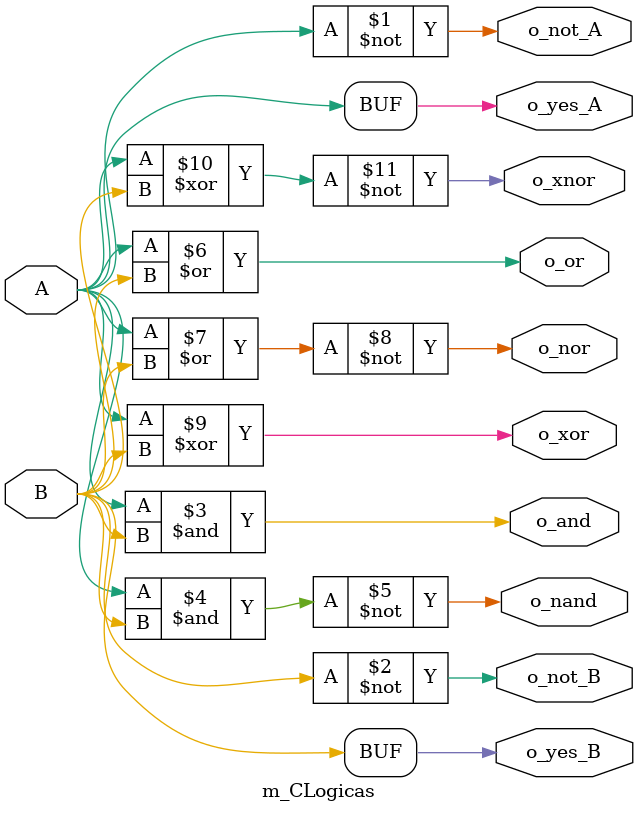
<source format=v>
`include "_and.v"

module m_CLogicas(input A, input B, output o_yes_A, o_yes_B, o_not_A, o_not_B, o_and, o_nand, o_or, o_nor, o_xor, o_xnor);

assign o_yes_A = A;
assign o_yes_B = B;
assign o_not_A = ~A;
assign o_not_B = ~B;
assign o_and = (A & B);
assign o_nand = ~(A & B);
assign o_or = (A | B);
assign o_nor = ~(A | B);
assign o_xor = (A ^ B);
assign o_xnor = ~(A ^ B);

endmodule


</source>
